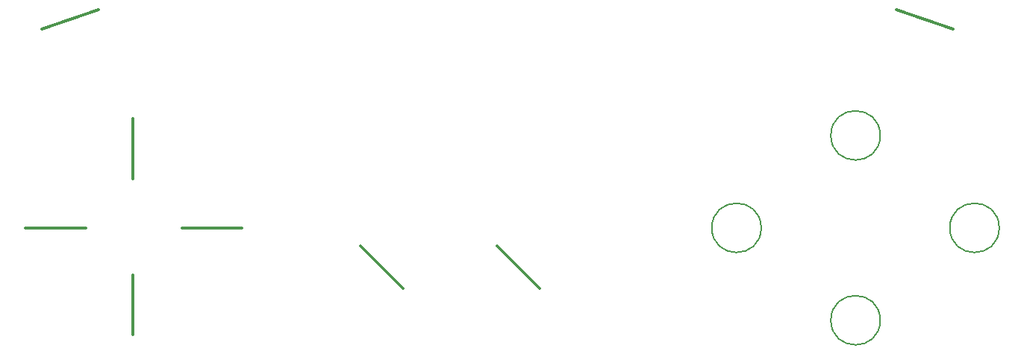
<source format=gto>
G04 #@! TF.GenerationSoftware,KiCad,Pcbnew,(7.0.0-0)*
G04 #@! TF.CreationDate,2023-05-07T01:27:25-06:00*
G04 #@! TF.ProjectId,snes_controller_pcb,736e6573-5f63-46f6-9e74-726f6c6c6572,4a*
G04 #@! TF.SameCoordinates,Original*
G04 #@! TF.FileFunction,Legend,Top*
G04 #@! TF.FilePolarity,Positive*
%FSLAX46Y46*%
G04 Gerber Fmt 4.6, Leading zero omitted, Abs format (unit mm)*
G04 Created by KiCad (PCBNEW (7.0.0-0)) date 2023-05-07 01:27:25*
%MOMM*%
%LPD*%
G01*
G04 APERTURE LIST*
%ADD10C,0.300000*%
%ADD11C,0.150000*%
G04 APERTURE END LIST*
D10*
X91720515Y-80419916D02*
X85279485Y-82600084D01*
X141737963Y-112126163D02*
X136929637Y-107317837D01*
D11*
X166867800Y-105222000D02*
G75*
G03*
X166867800Y-105222000I-2800000J0D01*
G01*
D10*
X126237963Y-112126163D02*
X121429637Y-107317837D01*
X95583800Y-92822000D02*
X95583800Y-99622000D01*
D11*
X193867800Y-105222000D02*
G75*
G03*
X193867800Y-105222000I-2800000J0D01*
G01*
D10*
X95583800Y-110572000D02*
X95583800Y-117372000D01*
X188640534Y-82650028D02*
X182199466Y-80469972D01*
X83433800Y-105222000D02*
X90233800Y-105222000D01*
D11*
X180367800Y-115722000D02*
G75*
G03*
X180367800Y-115722000I-2800000J0D01*
G01*
D10*
X101183800Y-105222000D02*
X107983800Y-105222000D01*
D11*
X180367800Y-94722000D02*
G75*
G03*
X180367800Y-94722000I-2800000J0D01*
G01*
M02*

</source>
